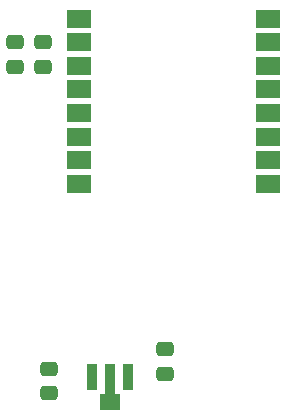
<source format=gbr>
%TF.GenerationSoftware,KiCad,Pcbnew,7.0.7*%
%TF.CreationDate,2023-09-24T09:01:41+02:00*%
%TF.ProjectId,transmitter_v0.1,7472616e-736d-4697-9474-65725f76302e,rev?*%
%TF.SameCoordinates,Original*%
%TF.FileFunction,Paste,Top*%
%TF.FilePolarity,Positive*%
%FSLAX46Y46*%
G04 Gerber Fmt 4.6, Leading zero omitted, Abs format (unit mm)*
G04 Created by KiCad (PCBNEW 7.0.7) date 2023-09-24 09:01:41*
%MOMM*%
%LPD*%
G01*
G04 APERTURE LIST*
G04 Aperture macros list*
%AMRoundRect*
0 Rectangle with rounded corners*
0 $1 Rounding radius*
0 $2 $3 $4 $5 $6 $7 $8 $9 X,Y pos of 4 corners*
0 Add a 4 corners polygon primitive as box body*
4,1,4,$2,$3,$4,$5,$6,$7,$8,$9,$2,$3,0*
0 Add four circle primitives for the rounded corners*
1,1,$1+$1,$2,$3*
1,1,$1+$1,$4,$5*
1,1,$1+$1,$6,$7*
1,1,$1+$1,$8,$9*
0 Add four rect primitives between the rounded corners*
20,1,$1+$1,$2,$3,$4,$5,0*
20,1,$1+$1,$4,$5,$6,$7,0*
20,1,$1+$1,$6,$7,$8,$9,0*
20,1,$1+$1,$8,$9,$2,$3,0*%
%AMFreePoly0*
4,1,9,5.362500,-0.866500,1.237500,-0.866500,1.237500,-0.450000,-1.237500,-0.450000,-1.237500,0.450000,1.237500,0.450000,1.237500,0.866500,5.362500,0.866500,5.362500,-0.866500,5.362500,-0.866500,$1*%
G04 Aperture macros list end*
%ADD10RoundRect,0.250000X0.475000X-0.337500X0.475000X0.337500X-0.475000X0.337500X-0.475000X-0.337500X0*%
%ADD11RoundRect,0.250000X-0.475000X0.337500X-0.475000X-0.337500X0.475000X-0.337500X0.475000X0.337500X0*%
%ADD12R,0.900000X2.300000*%
%ADD13FreePoly0,270.000000*%
%ADD14R,2.000000X1.500000*%
G04 APERTURE END LIST*
D10*
%TO.C,C4*%
X126450000Y-115409800D03*
X126450000Y-113334800D03*
%TD*%
D11*
%TO.C,C1*%
X136753600Y-139344400D03*
X136753600Y-141419400D03*
%TD*%
D10*
%TO.C,C3*%
X124100000Y-115422300D03*
X124100000Y-113347300D03*
%TD*%
D11*
%TO.C,C2*%
X126965000Y-141002500D03*
X126965000Y-143077500D03*
%TD*%
D12*
%TO.C,U2*%
X133615000Y-141740000D03*
D13*
X132115000Y-141827500D03*
D12*
X130615000Y-141740000D03*
%TD*%
D14*
%TO.C,U1*%
X129450000Y-111350000D03*
X129450000Y-113350000D03*
X129450000Y-115350000D03*
X129450000Y-117350000D03*
X129450000Y-119350000D03*
X129450000Y-121350000D03*
X129450000Y-123350000D03*
X129450000Y-125350000D03*
X145450000Y-125350000D03*
X145450000Y-123350000D03*
X145450000Y-121350000D03*
X145450000Y-119350000D03*
X145450000Y-117350000D03*
X145450000Y-115350000D03*
X145450000Y-113350000D03*
X145450000Y-111350000D03*
%TD*%
M02*

</source>
